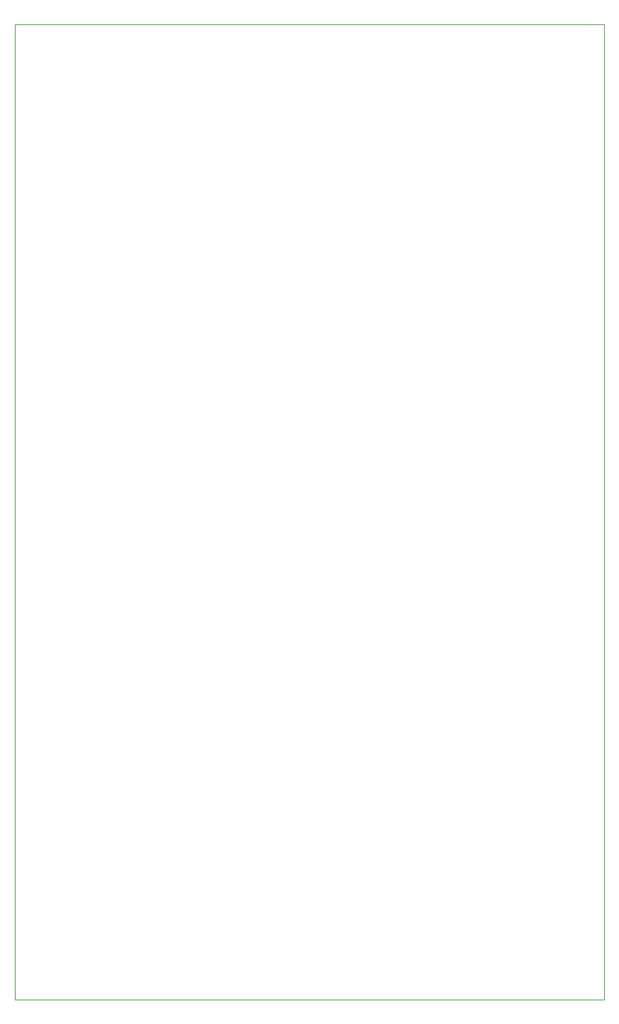
<source format=gbr>
%TF.GenerationSoftware,Altium Limited,Altium Designer,20.0.9 (164)*%
G04 Layer_Color=0*
%FSLAX26Y26*%
%MOIN*%
%TF.FileFunction,Profile,NP*%
%TF.Part,Single*%
G01*
G75*
%TA.AperFunction,Profile*%
%ADD259C,0.001000*%
D259*
X0Y0D02*
Y4800000D01*
X2900000D01*
Y0D01*
X0D01*
%TF.MD5,7841be6080c58ac806a7d25ef9e4544f*%
M02*

</source>
